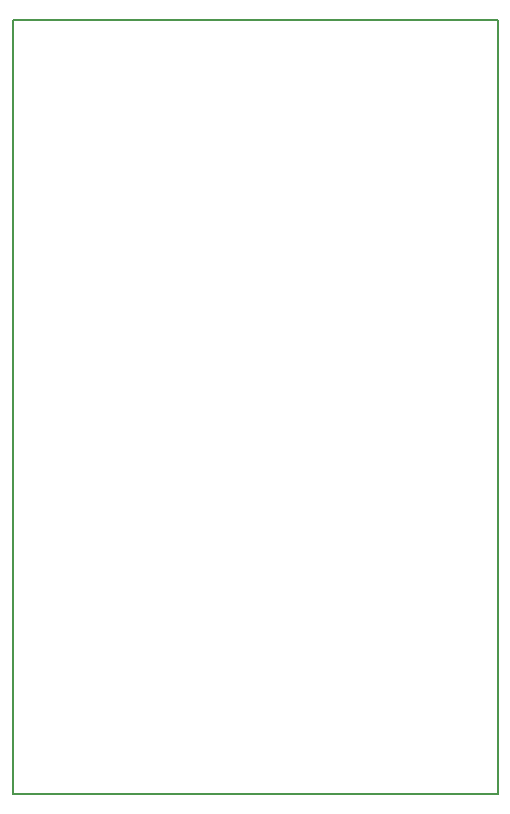
<source format=gm1>
G04 #@! TF.GenerationSoftware,KiCad,Pcbnew,(5.0.0-3-g5ebb6b6)*
G04 #@! TF.CreationDate,2019-01-13T18:40:12-08:00*
G04 #@! TF.ProjectId,vent,76656E742E6B696361645F7063620000,rev?*
G04 #@! TF.SameCoordinates,Original*
G04 #@! TF.FileFunction,Profile,NP*
%FSLAX46Y46*%
G04 Gerber Fmt 4.6, Leading zero omitted, Abs format (unit mm)*
G04 Created by KiCad (PCBNEW (5.0.0-3-g5ebb6b6)) date Sunday, January 13, 2019 at 06:40:12 PM*
%MOMM*%
%LPD*%
G01*
G04 APERTURE LIST*
%ADD10C,0.150000*%
G04 APERTURE END LIST*
D10*
X129159000Y-126365000D02*
X129159000Y-60833000D01*
X170180000Y-126365000D02*
X129159000Y-126365000D01*
X170180000Y-60833000D02*
X170180000Y-126365000D01*
X129159000Y-60833000D02*
X170180000Y-60833000D01*
M02*

</source>
